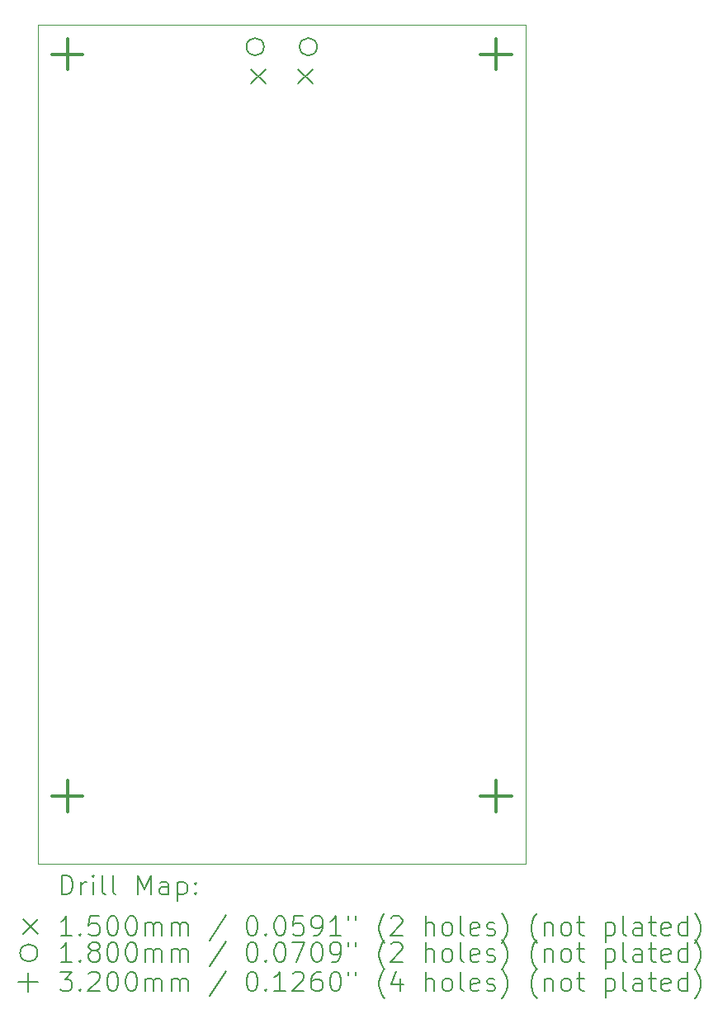
<source format=gbr>
%TF.GenerationSoftware,KiCad,Pcbnew,7.0.1*%
%TF.CreationDate,2023-04-12T13:53:51+09:00*%
%TF.ProjectId,KiCad,4b694361-642e-46b6-9963-61645f706362,rev?*%
%TF.SameCoordinates,PX7270e00PY8b3c880*%
%TF.FileFunction,Drillmap*%
%TF.FilePolarity,Positive*%
%FSLAX45Y45*%
G04 Gerber Fmt 4.5, Leading zero omitted, Abs format (unit mm)*
G04 Created by KiCad (PCBNEW 7.0.1) date 2023-04-12 13:53:51*
%MOMM*%
%LPD*%
G01*
G04 APERTURE LIST*
%ADD10C,0.100000*%
%ADD11C,0.200000*%
%ADD12C,0.150000*%
%ADD13C,0.180000*%
%ADD14C,0.320000*%
G04 APERTURE END LIST*
D10*
X0Y8600000D02*
X5000000Y8600000D01*
X5000000Y0D01*
X0Y0D01*
X0Y8600000D01*
D11*
D12*
X2182500Y8147000D02*
X2332500Y7997000D01*
X2332500Y8147000D02*
X2182500Y7997000D01*
X2667500Y8147000D02*
X2817500Y7997000D01*
X2817500Y8147000D02*
X2667500Y7997000D01*
D13*
X2317500Y8375000D02*
G75*
G03*
X2317500Y8375000I-90000J0D01*
G01*
X2862500Y8375000D02*
G75*
G03*
X2862500Y8375000I-90000J0D01*
G01*
D14*
X300000Y8460000D02*
X300000Y8140000D01*
X140000Y8300000D02*
X460000Y8300000D01*
X300000Y852000D02*
X300000Y532000D01*
X140000Y692000D02*
X460000Y692000D01*
X4700000Y8460000D02*
X4700000Y8140000D01*
X4540000Y8300000D02*
X4860000Y8300000D01*
X4700000Y852000D02*
X4700000Y532000D01*
X4540000Y692000D02*
X4860000Y692000D01*
D11*
X242619Y-317524D02*
X242619Y-117524D01*
X242619Y-117524D02*
X290238Y-117524D01*
X290238Y-117524D02*
X318810Y-127048D01*
X318810Y-127048D02*
X337857Y-146095D01*
X337857Y-146095D02*
X347381Y-165143D01*
X347381Y-165143D02*
X356905Y-203238D01*
X356905Y-203238D02*
X356905Y-231809D01*
X356905Y-231809D02*
X347381Y-269905D01*
X347381Y-269905D02*
X337857Y-288952D01*
X337857Y-288952D02*
X318810Y-308000D01*
X318810Y-308000D02*
X290238Y-317524D01*
X290238Y-317524D02*
X242619Y-317524D01*
X442619Y-317524D02*
X442619Y-184190D01*
X442619Y-222286D02*
X452143Y-203238D01*
X452143Y-203238D02*
X461667Y-193714D01*
X461667Y-193714D02*
X480714Y-184190D01*
X480714Y-184190D02*
X499762Y-184190D01*
X566429Y-317524D02*
X566429Y-184190D01*
X566429Y-117524D02*
X556905Y-127048D01*
X556905Y-127048D02*
X566429Y-136571D01*
X566429Y-136571D02*
X575952Y-127048D01*
X575952Y-127048D02*
X566429Y-117524D01*
X566429Y-117524D02*
X566429Y-136571D01*
X690238Y-317524D02*
X671190Y-308000D01*
X671190Y-308000D02*
X661667Y-288952D01*
X661667Y-288952D02*
X661667Y-117524D01*
X795000Y-317524D02*
X775952Y-308000D01*
X775952Y-308000D02*
X766428Y-288952D01*
X766428Y-288952D02*
X766428Y-117524D01*
X1023571Y-317524D02*
X1023571Y-117524D01*
X1023571Y-117524D02*
X1090238Y-260381D01*
X1090238Y-260381D02*
X1156905Y-117524D01*
X1156905Y-117524D02*
X1156905Y-317524D01*
X1337857Y-317524D02*
X1337857Y-212762D01*
X1337857Y-212762D02*
X1328333Y-193714D01*
X1328333Y-193714D02*
X1309286Y-184190D01*
X1309286Y-184190D02*
X1271190Y-184190D01*
X1271190Y-184190D02*
X1252143Y-193714D01*
X1337857Y-308000D02*
X1318810Y-317524D01*
X1318810Y-317524D02*
X1271190Y-317524D01*
X1271190Y-317524D02*
X1252143Y-308000D01*
X1252143Y-308000D02*
X1242619Y-288952D01*
X1242619Y-288952D02*
X1242619Y-269905D01*
X1242619Y-269905D02*
X1252143Y-250857D01*
X1252143Y-250857D02*
X1271190Y-241333D01*
X1271190Y-241333D02*
X1318810Y-241333D01*
X1318810Y-241333D02*
X1337857Y-231809D01*
X1433095Y-184190D02*
X1433095Y-384190D01*
X1433095Y-193714D02*
X1452143Y-184190D01*
X1452143Y-184190D02*
X1490238Y-184190D01*
X1490238Y-184190D02*
X1509286Y-193714D01*
X1509286Y-193714D02*
X1518809Y-203238D01*
X1518809Y-203238D02*
X1528333Y-222286D01*
X1528333Y-222286D02*
X1528333Y-279429D01*
X1528333Y-279429D02*
X1518809Y-298476D01*
X1518809Y-298476D02*
X1509286Y-308000D01*
X1509286Y-308000D02*
X1490238Y-317524D01*
X1490238Y-317524D02*
X1452143Y-317524D01*
X1452143Y-317524D02*
X1433095Y-308000D01*
X1614048Y-298476D02*
X1623571Y-308000D01*
X1623571Y-308000D02*
X1614048Y-317524D01*
X1614048Y-317524D02*
X1604524Y-308000D01*
X1604524Y-308000D02*
X1614048Y-298476D01*
X1614048Y-298476D02*
X1614048Y-317524D01*
X1614048Y-193714D02*
X1623571Y-203238D01*
X1623571Y-203238D02*
X1614048Y-212762D01*
X1614048Y-212762D02*
X1604524Y-203238D01*
X1604524Y-203238D02*
X1614048Y-193714D01*
X1614048Y-193714D02*
X1614048Y-212762D01*
D12*
X-155000Y-570000D02*
X-5000Y-720000D01*
X-5000Y-570000D02*
X-155000Y-720000D01*
D11*
X347381Y-737524D02*
X233095Y-737524D01*
X290238Y-737524D02*
X290238Y-537524D01*
X290238Y-537524D02*
X271190Y-566095D01*
X271190Y-566095D02*
X252143Y-585143D01*
X252143Y-585143D02*
X233095Y-594667D01*
X433095Y-718476D02*
X442619Y-728000D01*
X442619Y-728000D02*
X433095Y-737524D01*
X433095Y-737524D02*
X423571Y-728000D01*
X423571Y-728000D02*
X433095Y-718476D01*
X433095Y-718476D02*
X433095Y-737524D01*
X623571Y-537524D02*
X528333Y-537524D01*
X528333Y-537524D02*
X518809Y-632762D01*
X518809Y-632762D02*
X528333Y-623238D01*
X528333Y-623238D02*
X547381Y-613714D01*
X547381Y-613714D02*
X595000Y-613714D01*
X595000Y-613714D02*
X614048Y-623238D01*
X614048Y-623238D02*
X623571Y-632762D01*
X623571Y-632762D02*
X633095Y-651810D01*
X633095Y-651810D02*
X633095Y-699428D01*
X633095Y-699428D02*
X623571Y-718476D01*
X623571Y-718476D02*
X614048Y-728000D01*
X614048Y-728000D02*
X595000Y-737524D01*
X595000Y-737524D02*
X547381Y-737524D01*
X547381Y-737524D02*
X528333Y-728000D01*
X528333Y-728000D02*
X518809Y-718476D01*
X756905Y-537524D02*
X775952Y-537524D01*
X775952Y-537524D02*
X795000Y-547048D01*
X795000Y-547048D02*
X804524Y-556571D01*
X804524Y-556571D02*
X814048Y-575619D01*
X814048Y-575619D02*
X823571Y-613714D01*
X823571Y-613714D02*
X823571Y-661333D01*
X823571Y-661333D02*
X814048Y-699428D01*
X814048Y-699428D02*
X804524Y-718476D01*
X804524Y-718476D02*
X795000Y-728000D01*
X795000Y-728000D02*
X775952Y-737524D01*
X775952Y-737524D02*
X756905Y-737524D01*
X756905Y-737524D02*
X737857Y-728000D01*
X737857Y-728000D02*
X728333Y-718476D01*
X728333Y-718476D02*
X718809Y-699428D01*
X718809Y-699428D02*
X709286Y-661333D01*
X709286Y-661333D02*
X709286Y-613714D01*
X709286Y-613714D02*
X718809Y-575619D01*
X718809Y-575619D02*
X728333Y-556571D01*
X728333Y-556571D02*
X737857Y-547048D01*
X737857Y-547048D02*
X756905Y-537524D01*
X947381Y-537524D02*
X966429Y-537524D01*
X966429Y-537524D02*
X985476Y-547048D01*
X985476Y-547048D02*
X995000Y-556571D01*
X995000Y-556571D02*
X1004524Y-575619D01*
X1004524Y-575619D02*
X1014048Y-613714D01*
X1014048Y-613714D02*
X1014048Y-661333D01*
X1014048Y-661333D02*
X1004524Y-699428D01*
X1004524Y-699428D02*
X995000Y-718476D01*
X995000Y-718476D02*
X985476Y-728000D01*
X985476Y-728000D02*
X966429Y-737524D01*
X966429Y-737524D02*
X947381Y-737524D01*
X947381Y-737524D02*
X928333Y-728000D01*
X928333Y-728000D02*
X918809Y-718476D01*
X918809Y-718476D02*
X909286Y-699428D01*
X909286Y-699428D02*
X899762Y-661333D01*
X899762Y-661333D02*
X899762Y-613714D01*
X899762Y-613714D02*
X909286Y-575619D01*
X909286Y-575619D02*
X918809Y-556571D01*
X918809Y-556571D02*
X928333Y-547048D01*
X928333Y-547048D02*
X947381Y-537524D01*
X1099762Y-737524D02*
X1099762Y-604190D01*
X1099762Y-623238D02*
X1109286Y-613714D01*
X1109286Y-613714D02*
X1128333Y-604190D01*
X1128333Y-604190D02*
X1156905Y-604190D01*
X1156905Y-604190D02*
X1175952Y-613714D01*
X1175952Y-613714D02*
X1185476Y-632762D01*
X1185476Y-632762D02*
X1185476Y-737524D01*
X1185476Y-632762D02*
X1195000Y-613714D01*
X1195000Y-613714D02*
X1214048Y-604190D01*
X1214048Y-604190D02*
X1242619Y-604190D01*
X1242619Y-604190D02*
X1261667Y-613714D01*
X1261667Y-613714D02*
X1271191Y-632762D01*
X1271191Y-632762D02*
X1271191Y-737524D01*
X1366429Y-737524D02*
X1366429Y-604190D01*
X1366429Y-623238D02*
X1375952Y-613714D01*
X1375952Y-613714D02*
X1395000Y-604190D01*
X1395000Y-604190D02*
X1423571Y-604190D01*
X1423571Y-604190D02*
X1442619Y-613714D01*
X1442619Y-613714D02*
X1452143Y-632762D01*
X1452143Y-632762D02*
X1452143Y-737524D01*
X1452143Y-632762D02*
X1461667Y-613714D01*
X1461667Y-613714D02*
X1480714Y-604190D01*
X1480714Y-604190D02*
X1509286Y-604190D01*
X1509286Y-604190D02*
X1528333Y-613714D01*
X1528333Y-613714D02*
X1537857Y-632762D01*
X1537857Y-632762D02*
X1537857Y-737524D01*
X1928333Y-528000D02*
X1756905Y-785143D01*
X2185476Y-537524D02*
X2204524Y-537524D01*
X2204524Y-537524D02*
X2223572Y-547048D01*
X2223572Y-547048D02*
X2233095Y-556571D01*
X2233095Y-556571D02*
X2242619Y-575619D01*
X2242619Y-575619D02*
X2252143Y-613714D01*
X2252143Y-613714D02*
X2252143Y-661333D01*
X2252143Y-661333D02*
X2242619Y-699428D01*
X2242619Y-699428D02*
X2233095Y-718476D01*
X2233095Y-718476D02*
X2223572Y-728000D01*
X2223572Y-728000D02*
X2204524Y-737524D01*
X2204524Y-737524D02*
X2185476Y-737524D01*
X2185476Y-737524D02*
X2166429Y-728000D01*
X2166429Y-728000D02*
X2156905Y-718476D01*
X2156905Y-718476D02*
X2147381Y-699428D01*
X2147381Y-699428D02*
X2137857Y-661333D01*
X2137857Y-661333D02*
X2137857Y-613714D01*
X2137857Y-613714D02*
X2147381Y-575619D01*
X2147381Y-575619D02*
X2156905Y-556571D01*
X2156905Y-556571D02*
X2166429Y-547048D01*
X2166429Y-547048D02*
X2185476Y-537524D01*
X2337857Y-718476D02*
X2347381Y-728000D01*
X2347381Y-728000D02*
X2337857Y-737524D01*
X2337857Y-737524D02*
X2328334Y-728000D01*
X2328334Y-728000D02*
X2337857Y-718476D01*
X2337857Y-718476D02*
X2337857Y-737524D01*
X2471191Y-537524D02*
X2490238Y-537524D01*
X2490238Y-537524D02*
X2509286Y-547048D01*
X2509286Y-547048D02*
X2518810Y-556571D01*
X2518810Y-556571D02*
X2528334Y-575619D01*
X2528334Y-575619D02*
X2537857Y-613714D01*
X2537857Y-613714D02*
X2537857Y-661333D01*
X2537857Y-661333D02*
X2528334Y-699428D01*
X2528334Y-699428D02*
X2518810Y-718476D01*
X2518810Y-718476D02*
X2509286Y-728000D01*
X2509286Y-728000D02*
X2490238Y-737524D01*
X2490238Y-737524D02*
X2471191Y-737524D01*
X2471191Y-737524D02*
X2452143Y-728000D01*
X2452143Y-728000D02*
X2442619Y-718476D01*
X2442619Y-718476D02*
X2433095Y-699428D01*
X2433095Y-699428D02*
X2423572Y-661333D01*
X2423572Y-661333D02*
X2423572Y-613714D01*
X2423572Y-613714D02*
X2433095Y-575619D01*
X2433095Y-575619D02*
X2442619Y-556571D01*
X2442619Y-556571D02*
X2452143Y-547048D01*
X2452143Y-547048D02*
X2471191Y-537524D01*
X2718810Y-537524D02*
X2623572Y-537524D01*
X2623572Y-537524D02*
X2614048Y-632762D01*
X2614048Y-632762D02*
X2623572Y-623238D01*
X2623572Y-623238D02*
X2642619Y-613714D01*
X2642619Y-613714D02*
X2690238Y-613714D01*
X2690238Y-613714D02*
X2709286Y-623238D01*
X2709286Y-623238D02*
X2718810Y-632762D01*
X2718810Y-632762D02*
X2728334Y-651810D01*
X2728334Y-651810D02*
X2728334Y-699428D01*
X2728334Y-699428D02*
X2718810Y-718476D01*
X2718810Y-718476D02*
X2709286Y-728000D01*
X2709286Y-728000D02*
X2690238Y-737524D01*
X2690238Y-737524D02*
X2642619Y-737524D01*
X2642619Y-737524D02*
X2623572Y-728000D01*
X2623572Y-728000D02*
X2614048Y-718476D01*
X2823572Y-737524D02*
X2861667Y-737524D01*
X2861667Y-737524D02*
X2880714Y-728000D01*
X2880714Y-728000D02*
X2890238Y-718476D01*
X2890238Y-718476D02*
X2909286Y-689905D01*
X2909286Y-689905D02*
X2918810Y-651810D01*
X2918810Y-651810D02*
X2918810Y-575619D01*
X2918810Y-575619D02*
X2909286Y-556571D01*
X2909286Y-556571D02*
X2899762Y-547048D01*
X2899762Y-547048D02*
X2880714Y-537524D01*
X2880714Y-537524D02*
X2842619Y-537524D01*
X2842619Y-537524D02*
X2823572Y-547048D01*
X2823572Y-547048D02*
X2814048Y-556571D01*
X2814048Y-556571D02*
X2804524Y-575619D01*
X2804524Y-575619D02*
X2804524Y-623238D01*
X2804524Y-623238D02*
X2814048Y-642286D01*
X2814048Y-642286D02*
X2823572Y-651810D01*
X2823572Y-651810D02*
X2842619Y-661333D01*
X2842619Y-661333D02*
X2880714Y-661333D01*
X2880714Y-661333D02*
X2899762Y-651810D01*
X2899762Y-651810D02*
X2909286Y-642286D01*
X2909286Y-642286D02*
X2918810Y-623238D01*
X3109286Y-737524D02*
X2995000Y-737524D01*
X3052143Y-737524D02*
X3052143Y-537524D01*
X3052143Y-537524D02*
X3033095Y-566095D01*
X3033095Y-566095D02*
X3014048Y-585143D01*
X3014048Y-585143D02*
X2995000Y-594667D01*
X3185476Y-537524D02*
X3185476Y-575619D01*
X3261667Y-537524D02*
X3261667Y-575619D01*
X3556905Y-813714D02*
X3547381Y-804190D01*
X3547381Y-804190D02*
X3528334Y-775619D01*
X3528334Y-775619D02*
X3518810Y-756571D01*
X3518810Y-756571D02*
X3509286Y-728000D01*
X3509286Y-728000D02*
X3499762Y-680381D01*
X3499762Y-680381D02*
X3499762Y-642286D01*
X3499762Y-642286D02*
X3509286Y-594667D01*
X3509286Y-594667D02*
X3518810Y-566095D01*
X3518810Y-566095D02*
X3528334Y-547048D01*
X3528334Y-547048D02*
X3547381Y-518476D01*
X3547381Y-518476D02*
X3556905Y-508952D01*
X3623572Y-556571D02*
X3633095Y-547048D01*
X3633095Y-547048D02*
X3652143Y-537524D01*
X3652143Y-537524D02*
X3699762Y-537524D01*
X3699762Y-537524D02*
X3718810Y-547048D01*
X3718810Y-547048D02*
X3728334Y-556571D01*
X3728334Y-556571D02*
X3737857Y-575619D01*
X3737857Y-575619D02*
X3737857Y-594667D01*
X3737857Y-594667D02*
X3728334Y-623238D01*
X3728334Y-623238D02*
X3614048Y-737524D01*
X3614048Y-737524D02*
X3737857Y-737524D01*
X3975953Y-737524D02*
X3975953Y-537524D01*
X4061667Y-737524D02*
X4061667Y-632762D01*
X4061667Y-632762D02*
X4052143Y-613714D01*
X4052143Y-613714D02*
X4033096Y-604190D01*
X4033096Y-604190D02*
X4004524Y-604190D01*
X4004524Y-604190D02*
X3985476Y-613714D01*
X3985476Y-613714D02*
X3975953Y-623238D01*
X4185476Y-737524D02*
X4166429Y-728000D01*
X4166429Y-728000D02*
X4156905Y-718476D01*
X4156905Y-718476D02*
X4147381Y-699428D01*
X4147381Y-699428D02*
X4147381Y-642286D01*
X4147381Y-642286D02*
X4156905Y-623238D01*
X4156905Y-623238D02*
X4166429Y-613714D01*
X4166429Y-613714D02*
X4185476Y-604190D01*
X4185476Y-604190D02*
X4214048Y-604190D01*
X4214048Y-604190D02*
X4233096Y-613714D01*
X4233096Y-613714D02*
X4242619Y-623238D01*
X4242619Y-623238D02*
X4252143Y-642286D01*
X4252143Y-642286D02*
X4252143Y-699428D01*
X4252143Y-699428D02*
X4242619Y-718476D01*
X4242619Y-718476D02*
X4233096Y-728000D01*
X4233096Y-728000D02*
X4214048Y-737524D01*
X4214048Y-737524D02*
X4185476Y-737524D01*
X4366429Y-737524D02*
X4347381Y-728000D01*
X4347381Y-728000D02*
X4337858Y-708952D01*
X4337858Y-708952D02*
X4337858Y-537524D01*
X4518810Y-728000D02*
X4499762Y-737524D01*
X4499762Y-737524D02*
X4461667Y-737524D01*
X4461667Y-737524D02*
X4442619Y-728000D01*
X4442619Y-728000D02*
X4433096Y-708952D01*
X4433096Y-708952D02*
X4433096Y-632762D01*
X4433096Y-632762D02*
X4442619Y-613714D01*
X4442619Y-613714D02*
X4461667Y-604190D01*
X4461667Y-604190D02*
X4499762Y-604190D01*
X4499762Y-604190D02*
X4518810Y-613714D01*
X4518810Y-613714D02*
X4528334Y-632762D01*
X4528334Y-632762D02*
X4528334Y-651810D01*
X4528334Y-651810D02*
X4433096Y-670857D01*
X4604524Y-728000D02*
X4623572Y-737524D01*
X4623572Y-737524D02*
X4661667Y-737524D01*
X4661667Y-737524D02*
X4680715Y-728000D01*
X4680715Y-728000D02*
X4690239Y-708952D01*
X4690239Y-708952D02*
X4690239Y-699428D01*
X4690239Y-699428D02*
X4680715Y-680381D01*
X4680715Y-680381D02*
X4661667Y-670857D01*
X4661667Y-670857D02*
X4633096Y-670857D01*
X4633096Y-670857D02*
X4614048Y-661333D01*
X4614048Y-661333D02*
X4604524Y-642286D01*
X4604524Y-642286D02*
X4604524Y-632762D01*
X4604524Y-632762D02*
X4614048Y-613714D01*
X4614048Y-613714D02*
X4633096Y-604190D01*
X4633096Y-604190D02*
X4661667Y-604190D01*
X4661667Y-604190D02*
X4680715Y-613714D01*
X4756905Y-813714D02*
X4766429Y-804190D01*
X4766429Y-804190D02*
X4785477Y-775619D01*
X4785477Y-775619D02*
X4795000Y-756571D01*
X4795000Y-756571D02*
X4804524Y-728000D01*
X4804524Y-728000D02*
X4814048Y-680381D01*
X4814048Y-680381D02*
X4814048Y-642286D01*
X4814048Y-642286D02*
X4804524Y-594667D01*
X4804524Y-594667D02*
X4795000Y-566095D01*
X4795000Y-566095D02*
X4785477Y-547048D01*
X4785477Y-547048D02*
X4766429Y-518476D01*
X4766429Y-518476D02*
X4756905Y-508952D01*
X5118810Y-813714D02*
X5109286Y-804190D01*
X5109286Y-804190D02*
X5090239Y-775619D01*
X5090239Y-775619D02*
X5080715Y-756571D01*
X5080715Y-756571D02*
X5071191Y-728000D01*
X5071191Y-728000D02*
X5061667Y-680381D01*
X5061667Y-680381D02*
X5061667Y-642286D01*
X5061667Y-642286D02*
X5071191Y-594667D01*
X5071191Y-594667D02*
X5080715Y-566095D01*
X5080715Y-566095D02*
X5090239Y-547048D01*
X5090239Y-547048D02*
X5109286Y-518476D01*
X5109286Y-518476D02*
X5118810Y-508952D01*
X5195000Y-604190D02*
X5195000Y-737524D01*
X5195000Y-623238D02*
X5204524Y-613714D01*
X5204524Y-613714D02*
X5223572Y-604190D01*
X5223572Y-604190D02*
X5252143Y-604190D01*
X5252143Y-604190D02*
X5271191Y-613714D01*
X5271191Y-613714D02*
X5280715Y-632762D01*
X5280715Y-632762D02*
X5280715Y-737524D01*
X5404524Y-737524D02*
X5385477Y-728000D01*
X5385477Y-728000D02*
X5375953Y-718476D01*
X5375953Y-718476D02*
X5366429Y-699428D01*
X5366429Y-699428D02*
X5366429Y-642286D01*
X5366429Y-642286D02*
X5375953Y-623238D01*
X5375953Y-623238D02*
X5385477Y-613714D01*
X5385477Y-613714D02*
X5404524Y-604190D01*
X5404524Y-604190D02*
X5433096Y-604190D01*
X5433096Y-604190D02*
X5452143Y-613714D01*
X5452143Y-613714D02*
X5461667Y-623238D01*
X5461667Y-623238D02*
X5471191Y-642286D01*
X5471191Y-642286D02*
X5471191Y-699428D01*
X5471191Y-699428D02*
X5461667Y-718476D01*
X5461667Y-718476D02*
X5452143Y-728000D01*
X5452143Y-728000D02*
X5433096Y-737524D01*
X5433096Y-737524D02*
X5404524Y-737524D01*
X5528334Y-604190D02*
X5604524Y-604190D01*
X5556905Y-537524D02*
X5556905Y-708952D01*
X5556905Y-708952D02*
X5566429Y-728000D01*
X5566429Y-728000D02*
X5585477Y-737524D01*
X5585477Y-737524D02*
X5604524Y-737524D01*
X5823572Y-604190D02*
X5823572Y-804190D01*
X5823572Y-613714D02*
X5842619Y-604190D01*
X5842619Y-604190D02*
X5880715Y-604190D01*
X5880715Y-604190D02*
X5899762Y-613714D01*
X5899762Y-613714D02*
X5909286Y-623238D01*
X5909286Y-623238D02*
X5918810Y-642286D01*
X5918810Y-642286D02*
X5918810Y-699428D01*
X5918810Y-699428D02*
X5909286Y-718476D01*
X5909286Y-718476D02*
X5899762Y-728000D01*
X5899762Y-728000D02*
X5880715Y-737524D01*
X5880715Y-737524D02*
X5842619Y-737524D01*
X5842619Y-737524D02*
X5823572Y-728000D01*
X6033096Y-737524D02*
X6014048Y-728000D01*
X6014048Y-728000D02*
X6004524Y-708952D01*
X6004524Y-708952D02*
X6004524Y-537524D01*
X6195000Y-737524D02*
X6195000Y-632762D01*
X6195000Y-632762D02*
X6185477Y-613714D01*
X6185477Y-613714D02*
X6166429Y-604190D01*
X6166429Y-604190D02*
X6128334Y-604190D01*
X6128334Y-604190D02*
X6109286Y-613714D01*
X6195000Y-728000D02*
X6175953Y-737524D01*
X6175953Y-737524D02*
X6128334Y-737524D01*
X6128334Y-737524D02*
X6109286Y-728000D01*
X6109286Y-728000D02*
X6099762Y-708952D01*
X6099762Y-708952D02*
X6099762Y-689905D01*
X6099762Y-689905D02*
X6109286Y-670857D01*
X6109286Y-670857D02*
X6128334Y-661333D01*
X6128334Y-661333D02*
X6175953Y-661333D01*
X6175953Y-661333D02*
X6195000Y-651810D01*
X6261667Y-604190D02*
X6337858Y-604190D01*
X6290239Y-537524D02*
X6290239Y-708952D01*
X6290239Y-708952D02*
X6299762Y-728000D01*
X6299762Y-728000D02*
X6318810Y-737524D01*
X6318810Y-737524D02*
X6337858Y-737524D01*
X6480715Y-728000D02*
X6461667Y-737524D01*
X6461667Y-737524D02*
X6423572Y-737524D01*
X6423572Y-737524D02*
X6404524Y-728000D01*
X6404524Y-728000D02*
X6395000Y-708952D01*
X6395000Y-708952D02*
X6395000Y-632762D01*
X6395000Y-632762D02*
X6404524Y-613714D01*
X6404524Y-613714D02*
X6423572Y-604190D01*
X6423572Y-604190D02*
X6461667Y-604190D01*
X6461667Y-604190D02*
X6480715Y-613714D01*
X6480715Y-613714D02*
X6490239Y-632762D01*
X6490239Y-632762D02*
X6490239Y-651810D01*
X6490239Y-651810D02*
X6395000Y-670857D01*
X6661667Y-737524D02*
X6661667Y-537524D01*
X6661667Y-728000D02*
X6642620Y-737524D01*
X6642620Y-737524D02*
X6604524Y-737524D01*
X6604524Y-737524D02*
X6585477Y-728000D01*
X6585477Y-728000D02*
X6575953Y-718476D01*
X6575953Y-718476D02*
X6566429Y-699428D01*
X6566429Y-699428D02*
X6566429Y-642286D01*
X6566429Y-642286D02*
X6575953Y-623238D01*
X6575953Y-623238D02*
X6585477Y-613714D01*
X6585477Y-613714D02*
X6604524Y-604190D01*
X6604524Y-604190D02*
X6642620Y-604190D01*
X6642620Y-604190D02*
X6661667Y-613714D01*
X6737858Y-813714D02*
X6747381Y-804190D01*
X6747381Y-804190D02*
X6766429Y-775619D01*
X6766429Y-775619D02*
X6775953Y-756571D01*
X6775953Y-756571D02*
X6785477Y-728000D01*
X6785477Y-728000D02*
X6795000Y-680381D01*
X6795000Y-680381D02*
X6795000Y-642286D01*
X6795000Y-642286D02*
X6785477Y-594667D01*
X6785477Y-594667D02*
X6775953Y-566095D01*
X6775953Y-566095D02*
X6766429Y-547048D01*
X6766429Y-547048D02*
X6747381Y-518476D01*
X6747381Y-518476D02*
X6737858Y-508952D01*
D13*
X-5000Y-915000D02*
G75*
G03*
X-5000Y-915000I-90000J0D01*
G01*
D11*
X347381Y-1007524D02*
X233095Y-1007524D01*
X290238Y-1007524D02*
X290238Y-807524D01*
X290238Y-807524D02*
X271190Y-836095D01*
X271190Y-836095D02*
X252143Y-855143D01*
X252143Y-855143D02*
X233095Y-864667D01*
X433095Y-988476D02*
X442619Y-998000D01*
X442619Y-998000D02*
X433095Y-1007524D01*
X433095Y-1007524D02*
X423571Y-998000D01*
X423571Y-998000D02*
X433095Y-988476D01*
X433095Y-988476D02*
X433095Y-1007524D01*
X556905Y-893238D02*
X537857Y-883714D01*
X537857Y-883714D02*
X528333Y-874190D01*
X528333Y-874190D02*
X518809Y-855143D01*
X518809Y-855143D02*
X518809Y-845619D01*
X518809Y-845619D02*
X528333Y-826571D01*
X528333Y-826571D02*
X537857Y-817048D01*
X537857Y-817048D02*
X556905Y-807524D01*
X556905Y-807524D02*
X595000Y-807524D01*
X595000Y-807524D02*
X614048Y-817048D01*
X614048Y-817048D02*
X623571Y-826571D01*
X623571Y-826571D02*
X633095Y-845619D01*
X633095Y-845619D02*
X633095Y-855143D01*
X633095Y-855143D02*
X623571Y-874190D01*
X623571Y-874190D02*
X614048Y-883714D01*
X614048Y-883714D02*
X595000Y-893238D01*
X595000Y-893238D02*
X556905Y-893238D01*
X556905Y-893238D02*
X537857Y-902762D01*
X537857Y-902762D02*
X528333Y-912286D01*
X528333Y-912286D02*
X518809Y-931333D01*
X518809Y-931333D02*
X518809Y-969428D01*
X518809Y-969428D02*
X528333Y-988476D01*
X528333Y-988476D02*
X537857Y-998000D01*
X537857Y-998000D02*
X556905Y-1007524D01*
X556905Y-1007524D02*
X595000Y-1007524D01*
X595000Y-1007524D02*
X614048Y-998000D01*
X614048Y-998000D02*
X623571Y-988476D01*
X623571Y-988476D02*
X633095Y-969428D01*
X633095Y-969428D02*
X633095Y-931333D01*
X633095Y-931333D02*
X623571Y-912286D01*
X623571Y-912286D02*
X614048Y-902762D01*
X614048Y-902762D02*
X595000Y-893238D01*
X756905Y-807524D02*
X775952Y-807524D01*
X775952Y-807524D02*
X795000Y-817048D01*
X795000Y-817048D02*
X804524Y-826571D01*
X804524Y-826571D02*
X814048Y-845619D01*
X814048Y-845619D02*
X823571Y-883714D01*
X823571Y-883714D02*
X823571Y-931333D01*
X823571Y-931333D02*
X814048Y-969428D01*
X814048Y-969428D02*
X804524Y-988476D01*
X804524Y-988476D02*
X795000Y-998000D01*
X795000Y-998000D02*
X775952Y-1007524D01*
X775952Y-1007524D02*
X756905Y-1007524D01*
X756905Y-1007524D02*
X737857Y-998000D01*
X737857Y-998000D02*
X728333Y-988476D01*
X728333Y-988476D02*
X718809Y-969428D01*
X718809Y-969428D02*
X709286Y-931333D01*
X709286Y-931333D02*
X709286Y-883714D01*
X709286Y-883714D02*
X718809Y-845619D01*
X718809Y-845619D02*
X728333Y-826571D01*
X728333Y-826571D02*
X737857Y-817048D01*
X737857Y-817048D02*
X756905Y-807524D01*
X947381Y-807524D02*
X966429Y-807524D01*
X966429Y-807524D02*
X985476Y-817048D01*
X985476Y-817048D02*
X995000Y-826571D01*
X995000Y-826571D02*
X1004524Y-845619D01*
X1004524Y-845619D02*
X1014048Y-883714D01*
X1014048Y-883714D02*
X1014048Y-931333D01*
X1014048Y-931333D02*
X1004524Y-969428D01*
X1004524Y-969428D02*
X995000Y-988476D01*
X995000Y-988476D02*
X985476Y-998000D01*
X985476Y-998000D02*
X966429Y-1007524D01*
X966429Y-1007524D02*
X947381Y-1007524D01*
X947381Y-1007524D02*
X928333Y-998000D01*
X928333Y-998000D02*
X918809Y-988476D01*
X918809Y-988476D02*
X909286Y-969428D01*
X909286Y-969428D02*
X899762Y-931333D01*
X899762Y-931333D02*
X899762Y-883714D01*
X899762Y-883714D02*
X909286Y-845619D01*
X909286Y-845619D02*
X918809Y-826571D01*
X918809Y-826571D02*
X928333Y-817048D01*
X928333Y-817048D02*
X947381Y-807524D01*
X1099762Y-1007524D02*
X1099762Y-874190D01*
X1099762Y-893238D02*
X1109286Y-883714D01*
X1109286Y-883714D02*
X1128333Y-874190D01*
X1128333Y-874190D02*
X1156905Y-874190D01*
X1156905Y-874190D02*
X1175952Y-883714D01*
X1175952Y-883714D02*
X1185476Y-902762D01*
X1185476Y-902762D02*
X1185476Y-1007524D01*
X1185476Y-902762D02*
X1195000Y-883714D01*
X1195000Y-883714D02*
X1214048Y-874190D01*
X1214048Y-874190D02*
X1242619Y-874190D01*
X1242619Y-874190D02*
X1261667Y-883714D01*
X1261667Y-883714D02*
X1271191Y-902762D01*
X1271191Y-902762D02*
X1271191Y-1007524D01*
X1366429Y-1007524D02*
X1366429Y-874190D01*
X1366429Y-893238D02*
X1375952Y-883714D01*
X1375952Y-883714D02*
X1395000Y-874190D01*
X1395000Y-874190D02*
X1423571Y-874190D01*
X1423571Y-874190D02*
X1442619Y-883714D01*
X1442619Y-883714D02*
X1452143Y-902762D01*
X1452143Y-902762D02*
X1452143Y-1007524D01*
X1452143Y-902762D02*
X1461667Y-883714D01*
X1461667Y-883714D02*
X1480714Y-874190D01*
X1480714Y-874190D02*
X1509286Y-874190D01*
X1509286Y-874190D02*
X1528333Y-883714D01*
X1528333Y-883714D02*
X1537857Y-902762D01*
X1537857Y-902762D02*
X1537857Y-1007524D01*
X1928333Y-798000D02*
X1756905Y-1055143D01*
X2185476Y-807524D02*
X2204524Y-807524D01*
X2204524Y-807524D02*
X2223572Y-817048D01*
X2223572Y-817048D02*
X2233095Y-826571D01*
X2233095Y-826571D02*
X2242619Y-845619D01*
X2242619Y-845619D02*
X2252143Y-883714D01*
X2252143Y-883714D02*
X2252143Y-931333D01*
X2252143Y-931333D02*
X2242619Y-969428D01*
X2242619Y-969428D02*
X2233095Y-988476D01*
X2233095Y-988476D02*
X2223572Y-998000D01*
X2223572Y-998000D02*
X2204524Y-1007524D01*
X2204524Y-1007524D02*
X2185476Y-1007524D01*
X2185476Y-1007524D02*
X2166429Y-998000D01*
X2166429Y-998000D02*
X2156905Y-988476D01*
X2156905Y-988476D02*
X2147381Y-969428D01*
X2147381Y-969428D02*
X2137857Y-931333D01*
X2137857Y-931333D02*
X2137857Y-883714D01*
X2137857Y-883714D02*
X2147381Y-845619D01*
X2147381Y-845619D02*
X2156905Y-826571D01*
X2156905Y-826571D02*
X2166429Y-817048D01*
X2166429Y-817048D02*
X2185476Y-807524D01*
X2337857Y-988476D02*
X2347381Y-998000D01*
X2347381Y-998000D02*
X2337857Y-1007524D01*
X2337857Y-1007524D02*
X2328334Y-998000D01*
X2328334Y-998000D02*
X2337857Y-988476D01*
X2337857Y-988476D02*
X2337857Y-1007524D01*
X2471191Y-807524D02*
X2490238Y-807524D01*
X2490238Y-807524D02*
X2509286Y-817048D01*
X2509286Y-817048D02*
X2518810Y-826571D01*
X2518810Y-826571D02*
X2528334Y-845619D01*
X2528334Y-845619D02*
X2537857Y-883714D01*
X2537857Y-883714D02*
X2537857Y-931333D01*
X2537857Y-931333D02*
X2528334Y-969428D01*
X2528334Y-969428D02*
X2518810Y-988476D01*
X2518810Y-988476D02*
X2509286Y-998000D01*
X2509286Y-998000D02*
X2490238Y-1007524D01*
X2490238Y-1007524D02*
X2471191Y-1007524D01*
X2471191Y-1007524D02*
X2452143Y-998000D01*
X2452143Y-998000D02*
X2442619Y-988476D01*
X2442619Y-988476D02*
X2433095Y-969428D01*
X2433095Y-969428D02*
X2423572Y-931333D01*
X2423572Y-931333D02*
X2423572Y-883714D01*
X2423572Y-883714D02*
X2433095Y-845619D01*
X2433095Y-845619D02*
X2442619Y-826571D01*
X2442619Y-826571D02*
X2452143Y-817048D01*
X2452143Y-817048D02*
X2471191Y-807524D01*
X2604524Y-807524D02*
X2737857Y-807524D01*
X2737857Y-807524D02*
X2652143Y-1007524D01*
X2852143Y-807524D02*
X2871191Y-807524D01*
X2871191Y-807524D02*
X2890238Y-817048D01*
X2890238Y-817048D02*
X2899762Y-826571D01*
X2899762Y-826571D02*
X2909286Y-845619D01*
X2909286Y-845619D02*
X2918810Y-883714D01*
X2918810Y-883714D02*
X2918810Y-931333D01*
X2918810Y-931333D02*
X2909286Y-969428D01*
X2909286Y-969428D02*
X2899762Y-988476D01*
X2899762Y-988476D02*
X2890238Y-998000D01*
X2890238Y-998000D02*
X2871191Y-1007524D01*
X2871191Y-1007524D02*
X2852143Y-1007524D01*
X2852143Y-1007524D02*
X2833095Y-998000D01*
X2833095Y-998000D02*
X2823572Y-988476D01*
X2823572Y-988476D02*
X2814048Y-969428D01*
X2814048Y-969428D02*
X2804524Y-931333D01*
X2804524Y-931333D02*
X2804524Y-883714D01*
X2804524Y-883714D02*
X2814048Y-845619D01*
X2814048Y-845619D02*
X2823572Y-826571D01*
X2823572Y-826571D02*
X2833095Y-817048D01*
X2833095Y-817048D02*
X2852143Y-807524D01*
X3014048Y-1007524D02*
X3052143Y-1007524D01*
X3052143Y-1007524D02*
X3071191Y-998000D01*
X3071191Y-998000D02*
X3080714Y-988476D01*
X3080714Y-988476D02*
X3099762Y-959905D01*
X3099762Y-959905D02*
X3109286Y-921809D01*
X3109286Y-921809D02*
X3109286Y-845619D01*
X3109286Y-845619D02*
X3099762Y-826571D01*
X3099762Y-826571D02*
X3090238Y-817048D01*
X3090238Y-817048D02*
X3071191Y-807524D01*
X3071191Y-807524D02*
X3033095Y-807524D01*
X3033095Y-807524D02*
X3014048Y-817048D01*
X3014048Y-817048D02*
X3004524Y-826571D01*
X3004524Y-826571D02*
X2995000Y-845619D01*
X2995000Y-845619D02*
X2995000Y-893238D01*
X2995000Y-893238D02*
X3004524Y-912286D01*
X3004524Y-912286D02*
X3014048Y-921809D01*
X3014048Y-921809D02*
X3033095Y-931333D01*
X3033095Y-931333D02*
X3071191Y-931333D01*
X3071191Y-931333D02*
X3090238Y-921809D01*
X3090238Y-921809D02*
X3099762Y-912286D01*
X3099762Y-912286D02*
X3109286Y-893238D01*
X3185476Y-807524D02*
X3185476Y-845619D01*
X3261667Y-807524D02*
X3261667Y-845619D01*
X3556905Y-1083714D02*
X3547381Y-1074190D01*
X3547381Y-1074190D02*
X3528334Y-1045619D01*
X3528334Y-1045619D02*
X3518810Y-1026571D01*
X3518810Y-1026571D02*
X3509286Y-998000D01*
X3509286Y-998000D02*
X3499762Y-950381D01*
X3499762Y-950381D02*
X3499762Y-912286D01*
X3499762Y-912286D02*
X3509286Y-864667D01*
X3509286Y-864667D02*
X3518810Y-836095D01*
X3518810Y-836095D02*
X3528334Y-817048D01*
X3528334Y-817048D02*
X3547381Y-788476D01*
X3547381Y-788476D02*
X3556905Y-778952D01*
X3623572Y-826571D02*
X3633095Y-817048D01*
X3633095Y-817048D02*
X3652143Y-807524D01*
X3652143Y-807524D02*
X3699762Y-807524D01*
X3699762Y-807524D02*
X3718810Y-817048D01*
X3718810Y-817048D02*
X3728334Y-826571D01*
X3728334Y-826571D02*
X3737857Y-845619D01*
X3737857Y-845619D02*
X3737857Y-864667D01*
X3737857Y-864667D02*
X3728334Y-893238D01*
X3728334Y-893238D02*
X3614048Y-1007524D01*
X3614048Y-1007524D02*
X3737857Y-1007524D01*
X3975953Y-1007524D02*
X3975953Y-807524D01*
X4061667Y-1007524D02*
X4061667Y-902762D01*
X4061667Y-902762D02*
X4052143Y-883714D01*
X4052143Y-883714D02*
X4033096Y-874190D01*
X4033096Y-874190D02*
X4004524Y-874190D01*
X4004524Y-874190D02*
X3985476Y-883714D01*
X3985476Y-883714D02*
X3975953Y-893238D01*
X4185476Y-1007524D02*
X4166429Y-998000D01*
X4166429Y-998000D02*
X4156905Y-988476D01*
X4156905Y-988476D02*
X4147381Y-969428D01*
X4147381Y-969428D02*
X4147381Y-912286D01*
X4147381Y-912286D02*
X4156905Y-893238D01*
X4156905Y-893238D02*
X4166429Y-883714D01*
X4166429Y-883714D02*
X4185476Y-874190D01*
X4185476Y-874190D02*
X4214048Y-874190D01*
X4214048Y-874190D02*
X4233096Y-883714D01*
X4233096Y-883714D02*
X4242619Y-893238D01*
X4242619Y-893238D02*
X4252143Y-912286D01*
X4252143Y-912286D02*
X4252143Y-969428D01*
X4252143Y-969428D02*
X4242619Y-988476D01*
X4242619Y-988476D02*
X4233096Y-998000D01*
X4233096Y-998000D02*
X4214048Y-1007524D01*
X4214048Y-1007524D02*
X4185476Y-1007524D01*
X4366429Y-1007524D02*
X4347381Y-998000D01*
X4347381Y-998000D02*
X4337858Y-978952D01*
X4337858Y-978952D02*
X4337858Y-807524D01*
X4518810Y-998000D02*
X4499762Y-1007524D01*
X4499762Y-1007524D02*
X4461667Y-1007524D01*
X4461667Y-1007524D02*
X4442619Y-998000D01*
X4442619Y-998000D02*
X4433096Y-978952D01*
X4433096Y-978952D02*
X4433096Y-902762D01*
X4433096Y-902762D02*
X4442619Y-883714D01*
X4442619Y-883714D02*
X4461667Y-874190D01*
X4461667Y-874190D02*
X4499762Y-874190D01*
X4499762Y-874190D02*
X4518810Y-883714D01*
X4518810Y-883714D02*
X4528334Y-902762D01*
X4528334Y-902762D02*
X4528334Y-921809D01*
X4528334Y-921809D02*
X4433096Y-940857D01*
X4604524Y-998000D02*
X4623572Y-1007524D01*
X4623572Y-1007524D02*
X4661667Y-1007524D01*
X4661667Y-1007524D02*
X4680715Y-998000D01*
X4680715Y-998000D02*
X4690239Y-978952D01*
X4690239Y-978952D02*
X4690239Y-969428D01*
X4690239Y-969428D02*
X4680715Y-950381D01*
X4680715Y-950381D02*
X4661667Y-940857D01*
X4661667Y-940857D02*
X4633096Y-940857D01*
X4633096Y-940857D02*
X4614048Y-931333D01*
X4614048Y-931333D02*
X4604524Y-912286D01*
X4604524Y-912286D02*
X4604524Y-902762D01*
X4604524Y-902762D02*
X4614048Y-883714D01*
X4614048Y-883714D02*
X4633096Y-874190D01*
X4633096Y-874190D02*
X4661667Y-874190D01*
X4661667Y-874190D02*
X4680715Y-883714D01*
X4756905Y-1083714D02*
X4766429Y-1074190D01*
X4766429Y-1074190D02*
X4785477Y-1045619D01*
X4785477Y-1045619D02*
X4795000Y-1026571D01*
X4795000Y-1026571D02*
X4804524Y-998000D01*
X4804524Y-998000D02*
X4814048Y-950381D01*
X4814048Y-950381D02*
X4814048Y-912286D01*
X4814048Y-912286D02*
X4804524Y-864667D01*
X4804524Y-864667D02*
X4795000Y-836095D01*
X4795000Y-836095D02*
X4785477Y-817048D01*
X4785477Y-817048D02*
X4766429Y-788476D01*
X4766429Y-788476D02*
X4756905Y-778952D01*
X5118810Y-1083714D02*
X5109286Y-1074190D01*
X5109286Y-1074190D02*
X5090239Y-1045619D01*
X5090239Y-1045619D02*
X5080715Y-1026571D01*
X5080715Y-1026571D02*
X5071191Y-998000D01*
X5071191Y-998000D02*
X5061667Y-950381D01*
X5061667Y-950381D02*
X5061667Y-912286D01*
X5061667Y-912286D02*
X5071191Y-864667D01*
X5071191Y-864667D02*
X5080715Y-836095D01*
X5080715Y-836095D02*
X5090239Y-817048D01*
X5090239Y-817048D02*
X5109286Y-788476D01*
X5109286Y-788476D02*
X5118810Y-778952D01*
X5195000Y-874190D02*
X5195000Y-1007524D01*
X5195000Y-893238D02*
X5204524Y-883714D01*
X5204524Y-883714D02*
X5223572Y-874190D01*
X5223572Y-874190D02*
X5252143Y-874190D01*
X5252143Y-874190D02*
X5271191Y-883714D01*
X5271191Y-883714D02*
X5280715Y-902762D01*
X5280715Y-902762D02*
X5280715Y-1007524D01*
X5404524Y-1007524D02*
X5385477Y-998000D01*
X5385477Y-998000D02*
X5375953Y-988476D01*
X5375953Y-988476D02*
X5366429Y-969428D01*
X5366429Y-969428D02*
X5366429Y-912286D01*
X5366429Y-912286D02*
X5375953Y-893238D01*
X5375953Y-893238D02*
X5385477Y-883714D01*
X5385477Y-883714D02*
X5404524Y-874190D01*
X5404524Y-874190D02*
X5433096Y-874190D01*
X5433096Y-874190D02*
X5452143Y-883714D01*
X5452143Y-883714D02*
X5461667Y-893238D01*
X5461667Y-893238D02*
X5471191Y-912286D01*
X5471191Y-912286D02*
X5471191Y-969428D01*
X5471191Y-969428D02*
X5461667Y-988476D01*
X5461667Y-988476D02*
X5452143Y-998000D01*
X5452143Y-998000D02*
X5433096Y-1007524D01*
X5433096Y-1007524D02*
X5404524Y-1007524D01*
X5528334Y-874190D02*
X5604524Y-874190D01*
X5556905Y-807524D02*
X5556905Y-978952D01*
X5556905Y-978952D02*
X5566429Y-998000D01*
X5566429Y-998000D02*
X5585477Y-1007524D01*
X5585477Y-1007524D02*
X5604524Y-1007524D01*
X5823572Y-874190D02*
X5823572Y-1074190D01*
X5823572Y-883714D02*
X5842619Y-874190D01*
X5842619Y-874190D02*
X5880715Y-874190D01*
X5880715Y-874190D02*
X5899762Y-883714D01*
X5899762Y-883714D02*
X5909286Y-893238D01*
X5909286Y-893238D02*
X5918810Y-912286D01*
X5918810Y-912286D02*
X5918810Y-969428D01*
X5918810Y-969428D02*
X5909286Y-988476D01*
X5909286Y-988476D02*
X5899762Y-998000D01*
X5899762Y-998000D02*
X5880715Y-1007524D01*
X5880715Y-1007524D02*
X5842619Y-1007524D01*
X5842619Y-1007524D02*
X5823572Y-998000D01*
X6033096Y-1007524D02*
X6014048Y-998000D01*
X6014048Y-998000D02*
X6004524Y-978952D01*
X6004524Y-978952D02*
X6004524Y-807524D01*
X6195000Y-1007524D02*
X6195000Y-902762D01*
X6195000Y-902762D02*
X6185477Y-883714D01*
X6185477Y-883714D02*
X6166429Y-874190D01*
X6166429Y-874190D02*
X6128334Y-874190D01*
X6128334Y-874190D02*
X6109286Y-883714D01*
X6195000Y-998000D02*
X6175953Y-1007524D01*
X6175953Y-1007524D02*
X6128334Y-1007524D01*
X6128334Y-1007524D02*
X6109286Y-998000D01*
X6109286Y-998000D02*
X6099762Y-978952D01*
X6099762Y-978952D02*
X6099762Y-959905D01*
X6099762Y-959905D02*
X6109286Y-940857D01*
X6109286Y-940857D02*
X6128334Y-931333D01*
X6128334Y-931333D02*
X6175953Y-931333D01*
X6175953Y-931333D02*
X6195000Y-921809D01*
X6261667Y-874190D02*
X6337858Y-874190D01*
X6290239Y-807524D02*
X6290239Y-978952D01*
X6290239Y-978952D02*
X6299762Y-998000D01*
X6299762Y-998000D02*
X6318810Y-1007524D01*
X6318810Y-1007524D02*
X6337858Y-1007524D01*
X6480715Y-998000D02*
X6461667Y-1007524D01*
X6461667Y-1007524D02*
X6423572Y-1007524D01*
X6423572Y-1007524D02*
X6404524Y-998000D01*
X6404524Y-998000D02*
X6395000Y-978952D01*
X6395000Y-978952D02*
X6395000Y-902762D01*
X6395000Y-902762D02*
X6404524Y-883714D01*
X6404524Y-883714D02*
X6423572Y-874190D01*
X6423572Y-874190D02*
X6461667Y-874190D01*
X6461667Y-874190D02*
X6480715Y-883714D01*
X6480715Y-883714D02*
X6490239Y-902762D01*
X6490239Y-902762D02*
X6490239Y-921809D01*
X6490239Y-921809D02*
X6395000Y-940857D01*
X6661667Y-1007524D02*
X6661667Y-807524D01*
X6661667Y-998000D02*
X6642620Y-1007524D01*
X6642620Y-1007524D02*
X6604524Y-1007524D01*
X6604524Y-1007524D02*
X6585477Y-998000D01*
X6585477Y-998000D02*
X6575953Y-988476D01*
X6575953Y-988476D02*
X6566429Y-969428D01*
X6566429Y-969428D02*
X6566429Y-912286D01*
X6566429Y-912286D02*
X6575953Y-893238D01*
X6575953Y-893238D02*
X6585477Y-883714D01*
X6585477Y-883714D02*
X6604524Y-874190D01*
X6604524Y-874190D02*
X6642620Y-874190D01*
X6642620Y-874190D02*
X6661667Y-883714D01*
X6737858Y-1083714D02*
X6747381Y-1074190D01*
X6747381Y-1074190D02*
X6766429Y-1045619D01*
X6766429Y-1045619D02*
X6775953Y-1026571D01*
X6775953Y-1026571D02*
X6785477Y-998000D01*
X6785477Y-998000D02*
X6795000Y-950381D01*
X6795000Y-950381D02*
X6795000Y-912286D01*
X6795000Y-912286D02*
X6785477Y-864667D01*
X6785477Y-864667D02*
X6775953Y-836095D01*
X6775953Y-836095D02*
X6766429Y-817048D01*
X6766429Y-817048D02*
X6747381Y-788476D01*
X6747381Y-788476D02*
X6737858Y-778952D01*
X-105000Y-1115000D02*
X-105000Y-1315000D01*
X-205000Y-1215000D02*
X-5000Y-1215000D01*
X223571Y-1107524D02*
X347381Y-1107524D01*
X347381Y-1107524D02*
X280714Y-1183714D01*
X280714Y-1183714D02*
X309286Y-1183714D01*
X309286Y-1183714D02*
X328333Y-1193238D01*
X328333Y-1193238D02*
X337857Y-1202762D01*
X337857Y-1202762D02*
X347381Y-1221810D01*
X347381Y-1221810D02*
X347381Y-1269429D01*
X347381Y-1269429D02*
X337857Y-1288476D01*
X337857Y-1288476D02*
X328333Y-1298000D01*
X328333Y-1298000D02*
X309286Y-1307524D01*
X309286Y-1307524D02*
X252143Y-1307524D01*
X252143Y-1307524D02*
X233095Y-1298000D01*
X233095Y-1298000D02*
X223571Y-1288476D01*
X433095Y-1288476D02*
X442619Y-1298000D01*
X442619Y-1298000D02*
X433095Y-1307524D01*
X433095Y-1307524D02*
X423571Y-1298000D01*
X423571Y-1298000D02*
X433095Y-1288476D01*
X433095Y-1288476D02*
X433095Y-1307524D01*
X518809Y-1126571D02*
X528333Y-1117048D01*
X528333Y-1117048D02*
X547381Y-1107524D01*
X547381Y-1107524D02*
X595000Y-1107524D01*
X595000Y-1107524D02*
X614048Y-1117048D01*
X614048Y-1117048D02*
X623571Y-1126571D01*
X623571Y-1126571D02*
X633095Y-1145619D01*
X633095Y-1145619D02*
X633095Y-1164667D01*
X633095Y-1164667D02*
X623571Y-1193238D01*
X623571Y-1193238D02*
X509286Y-1307524D01*
X509286Y-1307524D02*
X633095Y-1307524D01*
X756905Y-1107524D02*
X775952Y-1107524D01*
X775952Y-1107524D02*
X795000Y-1117048D01*
X795000Y-1117048D02*
X804524Y-1126571D01*
X804524Y-1126571D02*
X814048Y-1145619D01*
X814048Y-1145619D02*
X823571Y-1183714D01*
X823571Y-1183714D02*
X823571Y-1231333D01*
X823571Y-1231333D02*
X814048Y-1269429D01*
X814048Y-1269429D02*
X804524Y-1288476D01*
X804524Y-1288476D02*
X795000Y-1298000D01*
X795000Y-1298000D02*
X775952Y-1307524D01*
X775952Y-1307524D02*
X756905Y-1307524D01*
X756905Y-1307524D02*
X737857Y-1298000D01*
X737857Y-1298000D02*
X728333Y-1288476D01*
X728333Y-1288476D02*
X718809Y-1269429D01*
X718809Y-1269429D02*
X709286Y-1231333D01*
X709286Y-1231333D02*
X709286Y-1183714D01*
X709286Y-1183714D02*
X718809Y-1145619D01*
X718809Y-1145619D02*
X728333Y-1126571D01*
X728333Y-1126571D02*
X737857Y-1117048D01*
X737857Y-1117048D02*
X756905Y-1107524D01*
X947381Y-1107524D02*
X966429Y-1107524D01*
X966429Y-1107524D02*
X985476Y-1117048D01*
X985476Y-1117048D02*
X995000Y-1126571D01*
X995000Y-1126571D02*
X1004524Y-1145619D01*
X1004524Y-1145619D02*
X1014048Y-1183714D01*
X1014048Y-1183714D02*
X1014048Y-1231333D01*
X1014048Y-1231333D02*
X1004524Y-1269429D01*
X1004524Y-1269429D02*
X995000Y-1288476D01*
X995000Y-1288476D02*
X985476Y-1298000D01*
X985476Y-1298000D02*
X966429Y-1307524D01*
X966429Y-1307524D02*
X947381Y-1307524D01*
X947381Y-1307524D02*
X928333Y-1298000D01*
X928333Y-1298000D02*
X918809Y-1288476D01*
X918809Y-1288476D02*
X909286Y-1269429D01*
X909286Y-1269429D02*
X899762Y-1231333D01*
X899762Y-1231333D02*
X899762Y-1183714D01*
X899762Y-1183714D02*
X909286Y-1145619D01*
X909286Y-1145619D02*
X918809Y-1126571D01*
X918809Y-1126571D02*
X928333Y-1117048D01*
X928333Y-1117048D02*
X947381Y-1107524D01*
X1099762Y-1307524D02*
X1099762Y-1174190D01*
X1099762Y-1193238D02*
X1109286Y-1183714D01*
X1109286Y-1183714D02*
X1128333Y-1174190D01*
X1128333Y-1174190D02*
X1156905Y-1174190D01*
X1156905Y-1174190D02*
X1175952Y-1183714D01*
X1175952Y-1183714D02*
X1185476Y-1202762D01*
X1185476Y-1202762D02*
X1185476Y-1307524D01*
X1185476Y-1202762D02*
X1195000Y-1183714D01*
X1195000Y-1183714D02*
X1214048Y-1174190D01*
X1214048Y-1174190D02*
X1242619Y-1174190D01*
X1242619Y-1174190D02*
X1261667Y-1183714D01*
X1261667Y-1183714D02*
X1271191Y-1202762D01*
X1271191Y-1202762D02*
X1271191Y-1307524D01*
X1366429Y-1307524D02*
X1366429Y-1174190D01*
X1366429Y-1193238D02*
X1375952Y-1183714D01*
X1375952Y-1183714D02*
X1395000Y-1174190D01*
X1395000Y-1174190D02*
X1423571Y-1174190D01*
X1423571Y-1174190D02*
X1442619Y-1183714D01*
X1442619Y-1183714D02*
X1452143Y-1202762D01*
X1452143Y-1202762D02*
X1452143Y-1307524D01*
X1452143Y-1202762D02*
X1461667Y-1183714D01*
X1461667Y-1183714D02*
X1480714Y-1174190D01*
X1480714Y-1174190D02*
X1509286Y-1174190D01*
X1509286Y-1174190D02*
X1528333Y-1183714D01*
X1528333Y-1183714D02*
X1537857Y-1202762D01*
X1537857Y-1202762D02*
X1537857Y-1307524D01*
X1928333Y-1098000D02*
X1756905Y-1355143D01*
X2185476Y-1107524D02*
X2204524Y-1107524D01*
X2204524Y-1107524D02*
X2223572Y-1117048D01*
X2223572Y-1117048D02*
X2233095Y-1126571D01*
X2233095Y-1126571D02*
X2242619Y-1145619D01*
X2242619Y-1145619D02*
X2252143Y-1183714D01*
X2252143Y-1183714D02*
X2252143Y-1231333D01*
X2252143Y-1231333D02*
X2242619Y-1269429D01*
X2242619Y-1269429D02*
X2233095Y-1288476D01*
X2233095Y-1288476D02*
X2223572Y-1298000D01*
X2223572Y-1298000D02*
X2204524Y-1307524D01*
X2204524Y-1307524D02*
X2185476Y-1307524D01*
X2185476Y-1307524D02*
X2166429Y-1298000D01*
X2166429Y-1298000D02*
X2156905Y-1288476D01*
X2156905Y-1288476D02*
X2147381Y-1269429D01*
X2147381Y-1269429D02*
X2137857Y-1231333D01*
X2137857Y-1231333D02*
X2137857Y-1183714D01*
X2137857Y-1183714D02*
X2147381Y-1145619D01*
X2147381Y-1145619D02*
X2156905Y-1126571D01*
X2156905Y-1126571D02*
X2166429Y-1117048D01*
X2166429Y-1117048D02*
X2185476Y-1107524D01*
X2337857Y-1288476D02*
X2347381Y-1298000D01*
X2347381Y-1298000D02*
X2337857Y-1307524D01*
X2337857Y-1307524D02*
X2328334Y-1298000D01*
X2328334Y-1298000D02*
X2337857Y-1288476D01*
X2337857Y-1288476D02*
X2337857Y-1307524D01*
X2537857Y-1307524D02*
X2423572Y-1307524D01*
X2480714Y-1307524D02*
X2480714Y-1107524D01*
X2480714Y-1107524D02*
X2461667Y-1136095D01*
X2461667Y-1136095D02*
X2442619Y-1155143D01*
X2442619Y-1155143D02*
X2423572Y-1164667D01*
X2614048Y-1126571D02*
X2623572Y-1117048D01*
X2623572Y-1117048D02*
X2642619Y-1107524D01*
X2642619Y-1107524D02*
X2690238Y-1107524D01*
X2690238Y-1107524D02*
X2709286Y-1117048D01*
X2709286Y-1117048D02*
X2718810Y-1126571D01*
X2718810Y-1126571D02*
X2728334Y-1145619D01*
X2728334Y-1145619D02*
X2728334Y-1164667D01*
X2728334Y-1164667D02*
X2718810Y-1193238D01*
X2718810Y-1193238D02*
X2604524Y-1307524D01*
X2604524Y-1307524D02*
X2728334Y-1307524D01*
X2899762Y-1107524D02*
X2861667Y-1107524D01*
X2861667Y-1107524D02*
X2842619Y-1117048D01*
X2842619Y-1117048D02*
X2833095Y-1126571D01*
X2833095Y-1126571D02*
X2814048Y-1155143D01*
X2814048Y-1155143D02*
X2804524Y-1193238D01*
X2804524Y-1193238D02*
X2804524Y-1269429D01*
X2804524Y-1269429D02*
X2814048Y-1288476D01*
X2814048Y-1288476D02*
X2823572Y-1298000D01*
X2823572Y-1298000D02*
X2842619Y-1307524D01*
X2842619Y-1307524D02*
X2880714Y-1307524D01*
X2880714Y-1307524D02*
X2899762Y-1298000D01*
X2899762Y-1298000D02*
X2909286Y-1288476D01*
X2909286Y-1288476D02*
X2918810Y-1269429D01*
X2918810Y-1269429D02*
X2918810Y-1221810D01*
X2918810Y-1221810D02*
X2909286Y-1202762D01*
X2909286Y-1202762D02*
X2899762Y-1193238D01*
X2899762Y-1193238D02*
X2880714Y-1183714D01*
X2880714Y-1183714D02*
X2842619Y-1183714D01*
X2842619Y-1183714D02*
X2823572Y-1193238D01*
X2823572Y-1193238D02*
X2814048Y-1202762D01*
X2814048Y-1202762D02*
X2804524Y-1221810D01*
X3042619Y-1107524D02*
X3061667Y-1107524D01*
X3061667Y-1107524D02*
X3080714Y-1117048D01*
X3080714Y-1117048D02*
X3090238Y-1126571D01*
X3090238Y-1126571D02*
X3099762Y-1145619D01*
X3099762Y-1145619D02*
X3109286Y-1183714D01*
X3109286Y-1183714D02*
X3109286Y-1231333D01*
X3109286Y-1231333D02*
X3099762Y-1269429D01*
X3099762Y-1269429D02*
X3090238Y-1288476D01*
X3090238Y-1288476D02*
X3080714Y-1298000D01*
X3080714Y-1298000D02*
X3061667Y-1307524D01*
X3061667Y-1307524D02*
X3042619Y-1307524D01*
X3042619Y-1307524D02*
X3023572Y-1298000D01*
X3023572Y-1298000D02*
X3014048Y-1288476D01*
X3014048Y-1288476D02*
X3004524Y-1269429D01*
X3004524Y-1269429D02*
X2995000Y-1231333D01*
X2995000Y-1231333D02*
X2995000Y-1183714D01*
X2995000Y-1183714D02*
X3004524Y-1145619D01*
X3004524Y-1145619D02*
X3014048Y-1126571D01*
X3014048Y-1126571D02*
X3023572Y-1117048D01*
X3023572Y-1117048D02*
X3042619Y-1107524D01*
X3185476Y-1107524D02*
X3185476Y-1145619D01*
X3261667Y-1107524D02*
X3261667Y-1145619D01*
X3556905Y-1383714D02*
X3547381Y-1374190D01*
X3547381Y-1374190D02*
X3528334Y-1345619D01*
X3528334Y-1345619D02*
X3518810Y-1326571D01*
X3518810Y-1326571D02*
X3509286Y-1298000D01*
X3509286Y-1298000D02*
X3499762Y-1250381D01*
X3499762Y-1250381D02*
X3499762Y-1212286D01*
X3499762Y-1212286D02*
X3509286Y-1164667D01*
X3509286Y-1164667D02*
X3518810Y-1136095D01*
X3518810Y-1136095D02*
X3528334Y-1117048D01*
X3528334Y-1117048D02*
X3547381Y-1088476D01*
X3547381Y-1088476D02*
X3556905Y-1078952D01*
X3718810Y-1174190D02*
X3718810Y-1307524D01*
X3671191Y-1098000D02*
X3623572Y-1240857D01*
X3623572Y-1240857D02*
X3747381Y-1240857D01*
X3975953Y-1307524D02*
X3975953Y-1107524D01*
X4061667Y-1307524D02*
X4061667Y-1202762D01*
X4061667Y-1202762D02*
X4052143Y-1183714D01*
X4052143Y-1183714D02*
X4033096Y-1174190D01*
X4033096Y-1174190D02*
X4004524Y-1174190D01*
X4004524Y-1174190D02*
X3985476Y-1183714D01*
X3985476Y-1183714D02*
X3975953Y-1193238D01*
X4185476Y-1307524D02*
X4166429Y-1298000D01*
X4166429Y-1298000D02*
X4156905Y-1288476D01*
X4156905Y-1288476D02*
X4147381Y-1269429D01*
X4147381Y-1269429D02*
X4147381Y-1212286D01*
X4147381Y-1212286D02*
X4156905Y-1193238D01*
X4156905Y-1193238D02*
X4166429Y-1183714D01*
X4166429Y-1183714D02*
X4185476Y-1174190D01*
X4185476Y-1174190D02*
X4214048Y-1174190D01*
X4214048Y-1174190D02*
X4233096Y-1183714D01*
X4233096Y-1183714D02*
X4242619Y-1193238D01*
X4242619Y-1193238D02*
X4252143Y-1212286D01*
X4252143Y-1212286D02*
X4252143Y-1269429D01*
X4252143Y-1269429D02*
X4242619Y-1288476D01*
X4242619Y-1288476D02*
X4233096Y-1298000D01*
X4233096Y-1298000D02*
X4214048Y-1307524D01*
X4214048Y-1307524D02*
X4185476Y-1307524D01*
X4366429Y-1307524D02*
X4347381Y-1298000D01*
X4347381Y-1298000D02*
X4337858Y-1278952D01*
X4337858Y-1278952D02*
X4337858Y-1107524D01*
X4518810Y-1298000D02*
X4499762Y-1307524D01*
X4499762Y-1307524D02*
X4461667Y-1307524D01*
X4461667Y-1307524D02*
X4442619Y-1298000D01*
X4442619Y-1298000D02*
X4433096Y-1278952D01*
X4433096Y-1278952D02*
X4433096Y-1202762D01*
X4433096Y-1202762D02*
X4442619Y-1183714D01*
X4442619Y-1183714D02*
X4461667Y-1174190D01*
X4461667Y-1174190D02*
X4499762Y-1174190D01*
X4499762Y-1174190D02*
X4518810Y-1183714D01*
X4518810Y-1183714D02*
X4528334Y-1202762D01*
X4528334Y-1202762D02*
X4528334Y-1221810D01*
X4528334Y-1221810D02*
X4433096Y-1240857D01*
X4604524Y-1298000D02*
X4623572Y-1307524D01*
X4623572Y-1307524D02*
X4661667Y-1307524D01*
X4661667Y-1307524D02*
X4680715Y-1298000D01*
X4680715Y-1298000D02*
X4690239Y-1278952D01*
X4690239Y-1278952D02*
X4690239Y-1269429D01*
X4690239Y-1269429D02*
X4680715Y-1250381D01*
X4680715Y-1250381D02*
X4661667Y-1240857D01*
X4661667Y-1240857D02*
X4633096Y-1240857D01*
X4633096Y-1240857D02*
X4614048Y-1231333D01*
X4614048Y-1231333D02*
X4604524Y-1212286D01*
X4604524Y-1212286D02*
X4604524Y-1202762D01*
X4604524Y-1202762D02*
X4614048Y-1183714D01*
X4614048Y-1183714D02*
X4633096Y-1174190D01*
X4633096Y-1174190D02*
X4661667Y-1174190D01*
X4661667Y-1174190D02*
X4680715Y-1183714D01*
X4756905Y-1383714D02*
X4766429Y-1374190D01*
X4766429Y-1374190D02*
X4785477Y-1345619D01*
X4785477Y-1345619D02*
X4795000Y-1326571D01*
X4795000Y-1326571D02*
X4804524Y-1298000D01*
X4804524Y-1298000D02*
X4814048Y-1250381D01*
X4814048Y-1250381D02*
X4814048Y-1212286D01*
X4814048Y-1212286D02*
X4804524Y-1164667D01*
X4804524Y-1164667D02*
X4795000Y-1136095D01*
X4795000Y-1136095D02*
X4785477Y-1117048D01*
X4785477Y-1117048D02*
X4766429Y-1088476D01*
X4766429Y-1088476D02*
X4756905Y-1078952D01*
X5118810Y-1383714D02*
X5109286Y-1374190D01*
X5109286Y-1374190D02*
X5090239Y-1345619D01*
X5090239Y-1345619D02*
X5080715Y-1326571D01*
X5080715Y-1326571D02*
X5071191Y-1298000D01*
X5071191Y-1298000D02*
X5061667Y-1250381D01*
X5061667Y-1250381D02*
X5061667Y-1212286D01*
X5061667Y-1212286D02*
X5071191Y-1164667D01*
X5071191Y-1164667D02*
X5080715Y-1136095D01*
X5080715Y-1136095D02*
X5090239Y-1117048D01*
X5090239Y-1117048D02*
X5109286Y-1088476D01*
X5109286Y-1088476D02*
X5118810Y-1078952D01*
X5195000Y-1174190D02*
X5195000Y-1307524D01*
X5195000Y-1193238D02*
X5204524Y-1183714D01*
X5204524Y-1183714D02*
X5223572Y-1174190D01*
X5223572Y-1174190D02*
X5252143Y-1174190D01*
X5252143Y-1174190D02*
X5271191Y-1183714D01*
X5271191Y-1183714D02*
X5280715Y-1202762D01*
X5280715Y-1202762D02*
X5280715Y-1307524D01*
X5404524Y-1307524D02*
X5385477Y-1298000D01*
X5385477Y-1298000D02*
X5375953Y-1288476D01*
X5375953Y-1288476D02*
X5366429Y-1269429D01*
X5366429Y-1269429D02*
X5366429Y-1212286D01*
X5366429Y-1212286D02*
X5375953Y-1193238D01*
X5375953Y-1193238D02*
X5385477Y-1183714D01*
X5385477Y-1183714D02*
X5404524Y-1174190D01*
X5404524Y-1174190D02*
X5433096Y-1174190D01*
X5433096Y-1174190D02*
X5452143Y-1183714D01*
X5452143Y-1183714D02*
X5461667Y-1193238D01*
X5461667Y-1193238D02*
X5471191Y-1212286D01*
X5471191Y-1212286D02*
X5471191Y-1269429D01*
X5471191Y-1269429D02*
X5461667Y-1288476D01*
X5461667Y-1288476D02*
X5452143Y-1298000D01*
X5452143Y-1298000D02*
X5433096Y-1307524D01*
X5433096Y-1307524D02*
X5404524Y-1307524D01*
X5528334Y-1174190D02*
X5604524Y-1174190D01*
X5556905Y-1107524D02*
X5556905Y-1278952D01*
X5556905Y-1278952D02*
X5566429Y-1298000D01*
X5566429Y-1298000D02*
X5585477Y-1307524D01*
X5585477Y-1307524D02*
X5604524Y-1307524D01*
X5823572Y-1174190D02*
X5823572Y-1374190D01*
X5823572Y-1183714D02*
X5842619Y-1174190D01*
X5842619Y-1174190D02*
X5880715Y-1174190D01*
X5880715Y-1174190D02*
X5899762Y-1183714D01*
X5899762Y-1183714D02*
X5909286Y-1193238D01*
X5909286Y-1193238D02*
X5918810Y-1212286D01*
X5918810Y-1212286D02*
X5918810Y-1269429D01*
X5918810Y-1269429D02*
X5909286Y-1288476D01*
X5909286Y-1288476D02*
X5899762Y-1298000D01*
X5899762Y-1298000D02*
X5880715Y-1307524D01*
X5880715Y-1307524D02*
X5842619Y-1307524D01*
X5842619Y-1307524D02*
X5823572Y-1298000D01*
X6033096Y-1307524D02*
X6014048Y-1298000D01*
X6014048Y-1298000D02*
X6004524Y-1278952D01*
X6004524Y-1278952D02*
X6004524Y-1107524D01*
X6195000Y-1307524D02*
X6195000Y-1202762D01*
X6195000Y-1202762D02*
X6185477Y-1183714D01*
X6185477Y-1183714D02*
X6166429Y-1174190D01*
X6166429Y-1174190D02*
X6128334Y-1174190D01*
X6128334Y-1174190D02*
X6109286Y-1183714D01*
X6195000Y-1298000D02*
X6175953Y-1307524D01*
X6175953Y-1307524D02*
X6128334Y-1307524D01*
X6128334Y-1307524D02*
X6109286Y-1298000D01*
X6109286Y-1298000D02*
X6099762Y-1278952D01*
X6099762Y-1278952D02*
X6099762Y-1259905D01*
X6099762Y-1259905D02*
X6109286Y-1240857D01*
X6109286Y-1240857D02*
X6128334Y-1231333D01*
X6128334Y-1231333D02*
X6175953Y-1231333D01*
X6175953Y-1231333D02*
X6195000Y-1221810D01*
X6261667Y-1174190D02*
X6337858Y-1174190D01*
X6290239Y-1107524D02*
X6290239Y-1278952D01*
X6290239Y-1278952D02*
X6299762Y-1298000D01*
X6299762Y-1298000D02*
X6318810Y-1307524D01*
X6318810Y-1307524D02*
X6337858Y-1307524D01*
X6480715Y-1298000D02*
X6461667Y-1307524D01*
X6461667Y-1307524D02*
X6423572Y-1307524D01*
X6423572Y-1307524D02*
X6404524Y-1298000D01*
X6404524Y-1298000D02*
X6395000Y-1278952D01*
X6395000Y-1278952D02*
X6395000Y-1202762D01*
X6395000Y-1202762D02*
X6404524Y-1183714D01*
X6404524Y-1183714D02*
X6423572Y-1174190D01*
X6423572Y-1174190D02*
X6461667Y-1174190D01*
X6461667Y-1174190D02*
X6480715Y-1183714D01*
X6480715Y-1183714D02*
X6490239Y-1202762D01*
X6490239Y-1202762D02*
X6490239Y-1221810D01*
X6490239Y-1221810D02*
X6395000Y-1240857D01*
X6661667Y-1307524D02*
X6661667Y-1107524D01*
X6661667Y-1298000D02*
X6642620Y-1307524D01*
X6642620Y-1307524D02*
X6604524Y-1307524D01*
X6604524Y-1307524D02*
X6585477Y-1298000D01*
X6585477Y-1298000D02*
X6575953Y-1288476D01*
X6575953Y-1288476D02*
X6566429Y-1269429D01*
X6566429Y-1269429D02*
X6566429Y-1212286D01*
X6566429Y-1212286D02*
X6575953Y-1193238D01*
X6575953Y-1193238D02*
X6585477Y-1183714D01*
X6585477Y-1183714D02*
X6604524Y-1174190D01*
X6604524Y-1174190D02*
X6642620Y-1174190D01*
X6642620Y-1174190D02*
X6661667Y-1183714D01*
X6737858Y-1383714D02*
X6747381Y-1374190D01*
X6747381Y-1374190D02*
X6766429Y-1345619D01*
X6766429Y-1345619D02*
X6775953Y-1326571D01*
X6775953Y-1326571D02*
X6785477Y-1298000D01*
X6785477Y-1298000D02*
X6795000Y-1250381D01*
X6795000Y-1250381D02*
X6795000Y-1212286D01*
X6795000Y-1212286D02*
X6785477Y-1164667D01*
X6785477Y-1164667D02*
X6775953Y-1136095D01*
X6775953Y-1136095D02*
X6766429Y-1117048D01*
X6766429Y-1117048D02*
X6747381Y-1088476D01*
X6747381Y-1088476D02*
X6737858Y-1078952D01*
M02*

</source>
